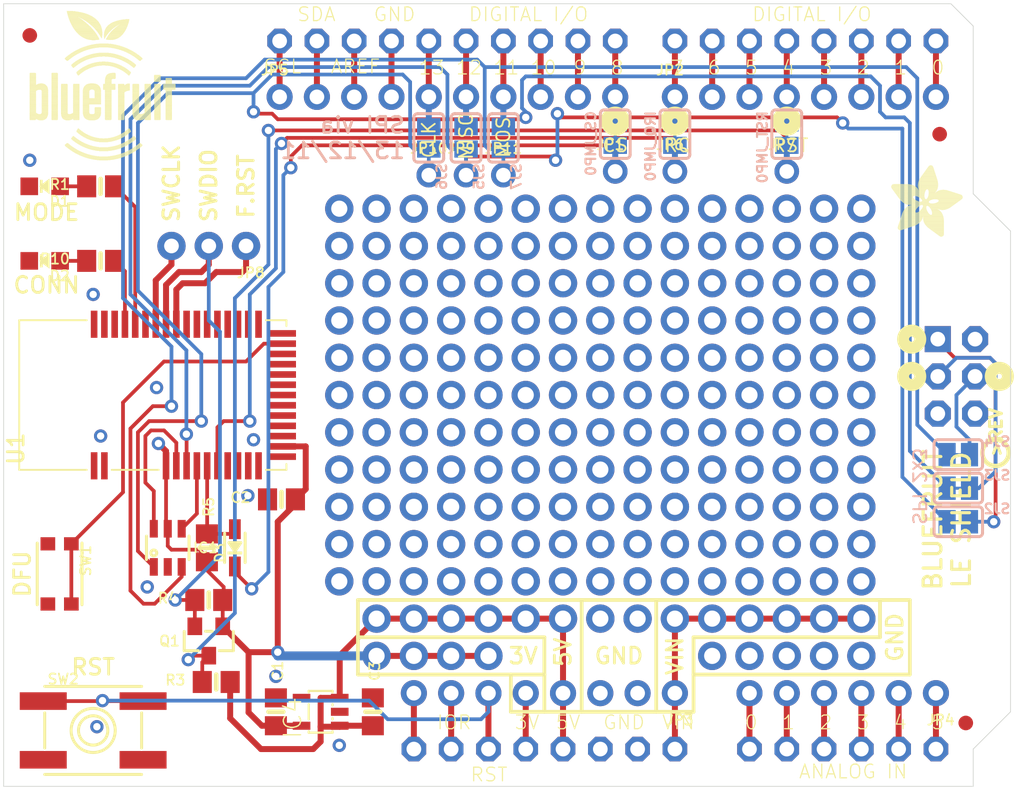
<source format=kicad_pcb>
(kicad_pcb (version 20211014) (generator pcbnew)
  (layers (0 "F.Cu" signal) (31 "B.Cu" signal) (34 "B.Paste" user) (35 "F.Paste" user) (36 "B.SilkS" user "B.Silkscreen") (37 "F.SilkS" user "F.Silkscreen") (38 "B.Mask" user) (39 "F.Mask" user) (44 "Edge.Cuts" user))
  (net 0 "")
  (net 1 "GND")
  (net 2 "RESET")
  (net 3 "N$11")
  (net 4 "N$12")
  (net 5 "N$14")
  (net 6 "N$15")
  (net 7 "N$16")
  (net 8 "N$17")
  (net 9 "VIN")
  (net 10 "IOREF")
  (net 11 "NC")
  (net 12 "A5")
  (net 13 "A4")
  (net 14 "A3")
  (net 15 "A2")
  (net 16 "A1")
  (net 17 "A0")
  (net 18 "SCL")
  (net 19 "SDA")
  (net 20 "AREF")
  (net 21 "N$36")
  (net 22 "N$37")
  (net 23 "DCC")
  (net 24 "DEC2")
  (net 25 "MOSI_3V")
  (net 26 "MISO")
  (net 27 "SCK_3V")
  (net 28 "BLE_CS_3V")
  (net 29 "BLE_IRQ")
  (net 30 "SWCLK")
  (net 31 "SWDIO/RST")
  (net 32 "MODE")
  (net 33 "CONNECTED")
  (net 34 "N$5")
  (net 35 "N$6")
  (net 36 "DFU")
  (net 37 "FCTRYRST")
  (net 38 "D8")
  (net 39 "D7")
  (net 40 "D4")
  (net 41 "MOSI_ICSP")
  (net 42 "SCK_ICSP")
  (net 43 "D13")
  (net 44 "D11")
  (net 45 "D12")
  (net 46 "MISO_ICSP")
  (net 47 "SCK")
  (net 48 "MOSI")
  (net 49 "3.3V")
  (net 50 "BLE_RST")
  (net 51 "BLE_CS")
  (net 52 "N$2")
  (net 53 "N$3")
  (net 54 "N$4")
  (net 55 "N$7")
  (net 56 "N$9")
  (net 57 "N$31")
  (net 58 "N$32")
  (net 59 "N$33")
  (net 60 "N$34")
  (net 61 "N$35")
  (net 62 "N$38")
  (net 63 "N$40")
  (net 64 "N$41")
  (net 65 "N$42")
  (net 66 "N$43")
  (net 67 "N$44")
  (net 68 "N$45")
  (net 69 "N$46")
  (net 70 "N$47")
  (net 71 "N$48")
  (net 72 "N$49")
  (net 73 "N$50")
  (net 74 "N$51")
  (net 75 "N$57")
  (net 76 "N$58")
  (net 77 "N$59")
  (net 78 "N$60")
  (net 79 "N$61")
  (net 80 "N$62")
  (net 81 "N$63")
  (net 82 "N$64")
  (net 83 "N$65")
  (net 84 "N$66")
  (net 85 "N$67")
  (net 86 "N$68")
  (net 87 "N$69")
  (net 88 "N$70")
  (net 89 "N$71")
  (net 90 "N$72")
  (net 91 "N$73")
  (net 92 "N$74")
  (net 93 "N$75")
  (net 94 "N$76")
  (net 95 "N$77")
  (net 96 "N$78")
  (net 97 "N$79")
  (net 98 "N$80")
  (net 99 "N$81")
  (net 100 "N$82")
  (net 101 "N$83")
  (net 102 "N$84")
  (net 103 "N$87")
  (net 104 "N$88")
  (net 105 "N$89")
  (net 106 "N$90")
  (net 107 "N$91")
  (net 108 "N$92")
  (net 109 "N$93")
  (net 110 "N$94")
  (net 111 "N$95")
  (net 112 "N$96")
  (net 113 "N$97")
  (net 114 "N$98")
  (net 115 "N$99")
  (net 116 "N$100")
  (net 117 "N$101")
  (net 118 "N$102")
  (net 119 "N$103")
  (net 120 "N$104")
  (net 121 "N$105")
  (net 122 "N$108")
  (net 123 "N$109")
  (net 124 "N$110")
  (net 125 "N$111")
  (net 126 "N$112")
  (net 127 "N$113")
  (net 128 "N$114")
  (net 129 "N$115")
  (net 130 "N$116")
  (net 131 "N$117")
  (net 132 "N$120")
  (net 133 "N$121")
  (net 134 "N$122")
  (net 135 "N$123")
  (net 136 "N$124")
  (net 137 "N$125")
  (net 138 "N$126")
  (net 139 "N$127")
  (net 140 "N$128")
  (net 141 "N$129")
  (net 142 "N$132")
  (net 143 "N$133")
  (net 144 "N$134")
  (net 145 "N$135")
  (net 146 "N$136")
  (net 147 "N$137")
  (net 148 "N$138")
  (net 149 "N$139")
  (net 150 "N$140")
  (net 151 "N$141")
  (net 152 "N$144")
  (net 153 "N$145")
  (net 154 "N$146")
  (net 155 "N$147")
  (net 156 "N$148")
  (net 157 "N$149")
  (net 158 "N$150")
  (net 159 "N$151")
  (net 160 "N$152")
  (net 161 "N$153")
  (net 162 "N$154")
  (net 163 "N$155")
  (net 164 "N$156")
  (net 165 "N$157")
  (net 166 "N$158")
  (net 167 "N$159")
  (net 168 "N$160")
  (net 169 "N$161")
  (net 170 "N$162")
  (net 171 "N$163")
  (net 172 "N$166")
  (net 173 "N$167")
  (net 174 "N$168")
  (net 175 "N$169")
  (net 176 "N$170")
  (net 177 "N$171")
  (net 178 "N$176")
  (net 179 "N$177")
  (net 180 "N$178")
  (net 181 "N$179")
  (net 182 "N$180")
  (net 183 "N$181")
  (net 184 "N$182")
  (net 185 "N$183")
  (net 186 "N$184")
  (net 187 "N$18")
  (net 188 "N$39")
  (net 189 "N$52")
  (net 190 "N$53")
  (net 191 "N$54")
  (net 192 "+5V")
  (net 193 "N$1")
  (net 194 "N$55")
  (net 195 "N$56")
  (net 196 "N$85")
  (net 197 "N$86")
  (net 198 "N$106")
  (net 199 "N$107")
  (net 200 "N$118")
  (net 201 "N$119")
  (net 202 "N$130")
  (net 203 "N$131")
  (net 204 "N$142")
  (net 205 "N$143")
  (net 206 "N$164")
  (net 207 "N$165")
  (net 208 "N$172")
  (net 209 "N$173")
  (net 210 "N$174")
  (net 211 "N$175")
  (net 212 "N$185")
  (net 213 "N$186")
  (net 214 "N$187")
  (net 215 "N$188")
  (net 216 "N$189")
  (net 217 "N$190")
  (net 218 "+3V")
  (footprint "" (layer "F.Cu") (at 128.1811 129.1336)
    (fp_text reference "@HOLE0" hide)
    (fp_text value "")
  )
  (footprint "boardEagle:1X01_ROUND" (layer "F.Cu") (at 159.9311 89.7636)
    (fp_text reference "JP6")
    (fp_text value "")
  )
  (footprint "boardEagle:0805-NO" (layer "F.Cu") (at 132.7531 126.5936 90)
    (fp_text reference "C1")
    (fp_text value "10uF")
  )
  (footprint "boardEagle:SOD-323" (layer "F.Cu") (at 129.9591 115.4176 90)
    (fp_text reference "D3")
    (fp_text value "1N4148")
  )
  (footprint "boardEagle:0805-NO" (layer "F.Cu") (at 133.1341 112.1156 180)
    (fp_text reference "C2")
    (fp_text value "1.0uF")
  )
  (footprint "boardEagle:0805-NO" (layer "F.Cu") (at 128.0541 115.4176 90)
    (fp_text reference "R5")
    (fp_text value "100K")
  )
  (footprint "boardEagle:0805-NO" (layer "F.Cu") (at 139.3571 126.5936 90)
    (fp_text reference "C3")
    (fp_text value "10uF")
  )
  (footprint "boardEagle:BTN_KMR2_4.6X2.8" (layer "F.Cu") (at 118.0211 117.1956 -90)
    (fp_text reference "SW1")
    (fp_text value "KMR2")
  )
  (footprint "boardEagle:1X01_ROUND" (layer "F.Cu") (at 167.5511 89.7636)
    (fp_text reference "JP7")
    (fp_text value "")
  )
  (footprint "boardEagle:SOT23-WIDE" (layer "F.Cu") (at 128.1811 121.7676 180)
    (fp_text reference "Q1")
    (fp_text value "BSS138")
  )
  (footprint "boardEagle:SOT23-5L" (layer "F.Cu") (at 135.8011 126.5936 90)
    (fp_text reference "IC4")
    (fp_text value "MIC5225-3.3")
  )
  (footprint "" (layer "F.Cu") (at 129.4511 80.8736)
    (fp_text reference "@HOLE3" hide)
    (fp_text value "")
  )
  (footprint "boardEagle:EVQ-Q2" (layer "F.Cu") (at 120.3071 127.8636)
    (fp_text reference "SW2")
    (fp_text value "Tactile")
  )
  (footprint "boardEagle:FIDUCIAL_1MM" (layer "F.Cu") (at 177.9651 87.2236)
    (fp_text reference "FID1" hide)
    (fp_text value "FIDUCIAL\"\"" hide)
  )
  (footprint "boardEagle:0805-NO" (layer "F.Cu") (at 128.1811 118.9736 180)
    (fp_text reference "R4")
    (fp_text value "100K")
  )
  (footprint "boardEagle:PCBFEAT-REV-040" (layer "F.Cu") (at 181.7751 108.9406 90)
    (fp_text reference "U$21" hide)
    (fp_text value "" hide)
  )
  (footprint "boardEagle:1X08_ROUND_70" (layer "F.Cu") (at 168.8211 84.6836)
    (fp_text reference "JP2")
    (fp_text value "")
  )
  (footprint "boardEagle:1X03_ROUND_76" (layer "F.Cu") (at 128.1811 94.8436 180)
    (fp_text reference "JP8")
    (fp_text value "SWDIO")
  )
  (footprint "boardEagle:ARDUINOR3_ICSP_NODIM" (layer "F.Cu") (at 114.2111 131.6736)
    (fp_text reference "M1" hide)
    (fp_text value "ARDUINO_R3_ICSP_NODIM" hide)
  )
  (footprint "boardEagle:CHIPLED_0805_NOOUTLINE" (layer "F.Cu") (at 117.0051 90.7796 90)
    (fp_text reference "D1")
    (fp_text value "RED")
  )
  (footprint "boardEagle:1X06_ROUND_70" (layer "F.Cu") (at 171.3611 125.3236 180)
    (fp_text reference "JP4")
    (fp_text value "")
  )
  (footprint "boardEagle:FIDUCIAL_1MM" (layer "F.Cu") (at 115.9891 80.4926)
    (fp_text reference "FID3" hide)
    (fp_text value "FIDUCIAL\"\"" hide)
  )
  (footprint "boardEagle:0805-NO" (layer "F.Cu") (at 120.8151 90.7796 180)
    (fp_text reference "R1")
    (fp_text value "2K")
  )
  (footprint "boardEagle:BLE_MODULE_RAYTAC_MDBT40" (layer "F.Cu") (at 124.3711 105.0036 90)
    (fp_text reference "U1")
    (fp_text value "MBT40")
  )
  (footprint "boardEagle:1X10_ROUND70" (layer "F.Cu") (at 144.4371 84.6836)
    (fp_text reference "JP5")
    (fp_text value "")
  )
  (footprint "boardEagle:0805-NO" (layer "F.Cu") (at 120.8151 95.8596 180)
    (fp_text reference "R10")
    (fp_text value "2K")
  )
  (footprint "boardEagle:1X01_ROUND" (layer "F.Cu") (at 145.7071 90.0176)
    (fp_text reference "JP9")
    (fp_text value "")
  )
  (footprint "boardEagle:1X01_ROUND" (layer "F.Cu") (at 143.1671 90.0176)
    (fp_text reference "JP10")
    (fp_text value "")
  )
  (footprint "boardEagle:FIDUCIAL_1MM" (layer "F.Cu") (at 179.7431 127.3556)
    (fp_text reference "FID2" hide)
    (fp_text value "FIDUCIAL\"\"" hide)
  )
  (footprint "boardEagle:BLUEFRUITLOGO_100MM" (layer "F.Cu") (at 115.9891 89.0016)
    (fp_text reference "U$8" hide)
    (fp_text value "" hide)
  )
  (footprint "boardEagle:1X01_ROUND" (layer "F.Cu") (at 148.2471 90.0176)
    (fp_text reference "JP11")
    (fp_text value "")
  )
  (footprint "boardEagle:SOT23-6" (layer "F.Cu") (at 125.3871 115.4176)
    (fp_text reference "IC1")
    (fp_text value "74LVC2G34DBVR")
  )
  (footprint "" (layer "F.Cu") (at 180.2511 96.1136)
    (fp_text reference "@HOLE1" hide)
    (fp_text value "")
  )
  (footprint "boardEagle:1X08_ROUND_70" (layer "F.Cu") (at 151.0411 125.3236 180)
    (fp_text reference "JP3")
    (fp_text value "")
  )
  (footprint "boardEagle:ADAFRUIT_5MM" (layer "F.Cu") (at 174.6631 94.2086)
    (fp_text reference "U$9" hide)
    (fp_text value "" hide)
  )
  (footprint "" (layer "F.Cu") (at 180.2511 124.0536)
    (fp_text reference "@HOLE2" hide)
    (fp_text value "")
  )
  (footprint "boardEagle:CHIPLED_0805_NOOUTLINE" (layer "F.Cu") (at 117.0051 95.8596 90)
    (fp_text reference "D2")
    (fp_text value "BLUE")
  )
  (footprint "boardEagle:0805-NO" (layer "F.Cu") (at 128.6891 124.5616 180)
    (fp_text reference "R3")
    (fp_text value "100K")
  )
  (footprint "boardEagle:1X01_ROUND" (layer "F.Cu") (at 155.8671 89.7636)
    (fp_text reference "JP1")
    (fp_text value "")
  )
  (footprint "boardEagle:SOLDERJUMPER_CLOSEDWIRE" (layer "B.Cu") (at 159.9311 87.2236 -90)
    (fp_text reference "IRQ_JMP0")
    (fp_text value "")
  )
  (footprint "boardEagle:SOLDERJUMPER_CLOSEDWIRE" (layer "B.Cu") (at 155.8671 87.2236 -90)
    (fp_text reference "CS_JMP0")
    (fp_text value "")
  )
  (footprint "boardEagle:SOLDERJUMPER_REFLOW_NOPASTE" (layer "B.Cu") (at 143.1671 87.4776 90)
    (fp_text reference "SJ6")
    (fp_text value "D13_SCLK")
  )
  (footprint "boardEagle:SOLDERJUMPER_CLOSEDWIRE" (layer "B.Cu") (at 179.2351 109.0676 180)
    (fp_text reference "SJ4")
    (fp_text value "ICSP_MOSI")
  )
  (footprint "boardEagle:SOLDERJUMPER_CLOSEDWIRE" (layer "B.Cu") (at 167.5511 87.2236 -90)
    (fp_text reference "RST_JMP0")
    (fp_text value "")
  )
  (footprint "boardEagle:SOLDERJUMPER_CLOSEDWIRE" (layer "B.Cu") (at 179.2351 111.3536 180)
    (fp_text reference "SJ3")
    (fp_text value "ISCP_SCLK")
  )
  (footprint "boardEagle:SOLDERJUMPER_REFLOW_NOPASTE" (layer "B.Cu") (at 145.7071 87.4776 90)
    (fp_text reference "SJ5")
    (fp_text value "D12_MISO")
  )
  (footprint "boardEagle:SOLDERJUMPER_REFLOW_NOPASTE" (layer "B.Cu") (at 148.2471 87.4776 90)
    (fp_text reference "SJ7")
    (fp_text value "D11_MOSI")
  )
  (footprint "boardEagle:SOLDERJUMPER_CLOSEDWIRE" (layer "B.Cu") (at 179.2351 113.6396 180)
    (fp_text reference "SJ2")
    (fp_text value "ICSP_MISO")
  )
  (gr_line (start 153.5811 126.5936) (end 158.6611 126.5936) (layer "F.SilkS") (width 0.254))
  (gr_line (start 173.9011 118.9736) (end 173.9011 121.5136) (layer "F.SilkS") (width 0.254))
  (gr_line (start 151.0411 121.5136) (end 138.3411 121.5136) (layer "F.SilkS") (width 0.254))
  (gr_line (start 138.3411 124.0536) (end 148.7551 124.0536) (layer "F.SilkS") (width 0.254))
  (gr_circle (center 159.9311 86.3346) (end 160.110703 86.3346) (layer "F.SilkS") (width 0.8128) (fill none))
  (gr_circle (center 176.0601 103.7336) (end 176.239703 103.7336) (layer "F.SilkS") (width 0.8128) (fill none))
  (gr_line (start 161.2011 126.5936) (end 158.6611 126.5936) (layer "F.SilkS") (width 0.254))
  (gr_line (start 158.6611 118.9736) (end 158.6611 126.5936) (layer "F.SilkS") (width 0.254))
  (gr_line (start 161.2011 124.0536) (end 161.2011 126.5936) (layer "F.SilkS") (width 0.254))
  (gr_line (start 148.7551 124.0536) (end 148.7551 126.5936) (layer "F.SilkS") (width 0.254))
  (gr_circle (center 176.0601 101.1936) (end 176.239703 101.1936) (layer "F.SilkS") (width 0.8128) (fill none))
  (gr_line (start 148.7551 126.5936) (end 151.0411 126.5936) (layer "F.SilkS") (width 0.254))
  (gr_circle (center 167.5511 86.3346) (end 167.730703 86.3346) (layer "F.SilkS") (width 0.8128) (fill none))
  (gr_line (start 138.3411 121.5136) (end 138.3411 124.0536) (layer "F.SilkS") (width 0.254))
  (gr_circle (center 155.8671 86.3346) (end 156.046703 86.3346) (layer "F.SilkS") (width 0.8128) (fill none))
  (gr_line (start 175.9331 118.9736) (end 173.9011 118.9736) (layer "F.SilkS") (width 0.254))
  (gr_line (start 151.0411 124.0536) (end 151.0411 126.5936) (layer "F.SilkS") (width 0.254))
  (gr_line (start 148.7551 124.0536) (end 151.0411 124.0536) (layer "F.SilkS") (width 0.254))
  (gr_circle (center 182.0291 103.7336) (end 182.208703 103.7336) (layer "F.SilkS") (width 0.8128) (fill none))
  (gr_line (start 151.0411 126.5936) (end 153.5811 126.5936) (layer "F.SilkS") (width 0.254))
  (gr_line (start 175.9331 124.0536) (end 175.9331 118.9736) (layer "F.SilkS") (width 0.254))
  (gr_line (start 158.6611 118.9736) (end 173.9011 118.9736) (layer "F.SilkS") (width 0.254))
  (gr_line (start 138.3411 118.9736) (end 138.3411 121.5136) (layer "F.SilkS") (width 0.254))
  (gr_line (start 173.9011 121.5136) (end 161.2011 121.5136) (layer "F.SilkS") (width 0.254))
  (gr_line (start 151.0411 124.0536) (end 151.0411 121.5136) (layer "F.SilkS") (width 0.254))
  (gr_line (start 161.2011 121.5136) (end 161.2011 124.0536) (layer "F.SilkS") (width 0.254))
  (gr_line (start 153.5811 126.5936) (end 153.5811 118.9736) (layer "F.SilkS") (width 0.254))
  (gr_line (start 175.9331 124.0536) (end 161.2011 124.0536) (layer "F.SilkS") (width 0.254))
  (gr_line (start 153.5811 118.9736) (end 138.3411 118.9736) (layer "F.SilkS") (width 0.254))
  (gr_line (start 153.5811 118.9736) (end 158.6611 118.9736) (layer "F.SilkS") (width 0.254))
  (gr_line (start 178.7271 78.3336) (end 114.2111 78.3336) (layer "Edge.Cuts") (width 0.05))
  (gr_line (start 180.2511 129.1336) (end 182.7911 126.5936) (layer "Edge.Cuts") (width 0.05))
  (gr_line (start 180.2511 79.8576) (end 178.7271 78.3336) (layer "Edge.Cuts") (width 0.05))
  (gr_line (start 114.2111 78.3336) (end 114.2111 131.6736) (layer "Edge.Cuts") (width 0.05))
  (gr_line (start 182.7911 93.8276) (end 180.2511 91.2876) (layer "Edge.Cuts") (width 0.05))
  (gr_line (start 180.2511 91.2876) (end 180.2511 79.8576) (layer "Edge.Cuts") (width 0.05))
  (gr_line (start 180.2511 131.6736) (end 180.2511 129.1336) (layer "Edge.Cuts") (width 0.05))
  (gr_line (start 114.2111 131.6736) (end 180.2511 131.6736) (layer "Edge.Cuts") (width 0.05))
  (gr_line (start 182.7911 126.5936) (end 182.7911 93.8276) (layer "Edge.Cuts") (width 0.05))
  (gr_text "SPI via\n13/12/11" (at 141.6431 87.4776) (layer "B.SilkS") (effects (font (size 1.0795 1.0795) (thickness 0.1905)) (justify left mirror)))
  (gr_text "SPI 2x3" (at 176.5681 111.2266 -90) (layer "B.SilkS") (effects (font (size 0.88392 0.88392) (thickness 0.13208)) (justify mirror)))
  (gr_text "MOSI" (at 148.2471 87.2236 90) (layer "F.SilkS") (effects (font (size 0.89408 0.89408) (thickness 0.12192))))
  (gr_text "CLK" (at 143.1671 87.6046 90) (layer "F.SilkS") (effects (font (size 0.89408 0.89408) (thickness 0.12192))))
  (gr_text "GND" (at 174.9171 123.2916 90) (layer "F.SilkS") (effects (font (size 1.0795 1.0795) (thickness 0.1905)) (justify left)))
  (gr_text "CS" (at 155.8671 87.9856) (layer "F.SilkS") (effects (font (size 0.89408 0.89408) (thickness 0.12192))))
  (gr_text "SWDIO" (at 128.1811 93.3196 90) (layer "F.SilkS") (effects (font (size 1.0668 1.0668) (thickness 0.2032)) (justify left)))
  (gr_text "RST" (at 120.3071 123.5456) (layer "F.SilkS") (effects (font (size 1.0795 1.0795) (thickness 0.1905))))
  (gr_text "5V" (at 152.3111 122.5296 90) (layer "F.SilkS") (effects (font (size 1.0795 1.0795) (thickness 0.1905))))
  (gr_text "IRQ" (at 159.9311 87.9856) (layer "F.SilkS") (effects (font (size 0.89408 0.89408) (thickness 0.12192))))
  (gr_text "MISO" (at 145.7071 87.3506 90) (layer "F.SilkS") (effects (font (size 0.89408 0.89408) (thickness 0.12192))))
  (gr_text "GND" (at 156.1211 122.7836) (layer "F.SilkS") (effects (font (size 1.0795 1.0795) (thickness 0.1905))))
  (gr_text "RST" (at 167.8051 87.9856) (layer "F.SilkS") (effects (font (size 0.89408 0.89408) (thickness 0.12192))))
  (gr_text "VIN" (at 159.9311 122.7836 90) (layer "F.SilkS") (effects (font (size 1.0795 1.0795) (thickness 0.1905))))
  (gr_text "F.RST" (at 130.7211 93.0656 90) (layer "F.SilkS") (effects (font (size 1.0668 1.0668) (thickness 0.2032)) (justify left)))
  (gr_text "CONN" (at 117.1321 97.5106) (layer "F.SilkS") (effects (font (size 1.0795 1.0795) (thickness 0.1905))))
  (gr_text "BLUEFRUIT\nLE SHIELD" (at 178.4731 113.5126 90) (layer "F.SilkS") (effects (font (size 1.20904 1.20904) (thickness 0.21336))))
  (gr_text "SWCLK" (at 125.6411 93.3196 90) (layer "F.SilkS") (effects (font (size 1.0668 1.0668) (thickness 0.2032)) (justify left)))
  (gr_text "3V" (at 148.5011 122.7836) (layer "F.SilkS") (effects (font (size 1.0795 1.0795) (thickness 0.1905)) (justify left)))
  (gr_text "DFU" (at 115.4811 117.1956 90) (layer "F.SilkS") (effects (font (size 1.0795 1.0795) (thickness 0.1905))))
  (gr_text "MODE" (at 117.1321 92.5576) (layer "F.SilkS") (effects (font (size 1.0795 1.0795) (thickness 0.1905))))
  (segment (start 140.6271 80.8736) (end 140.6271 84.6836) (width 0.4064) (layer "F.Cu") (net 1))
  (via (at 157.3911 120.2436) (size 1.9304) (drill 1.1) (layers "F.Cu" "B.Cu") (net 1))
  (via (at 172.6311 122.7836) (size 1.9304) (drill 1.1) (layers "F.Cu" "B.Cu") (net 1))
  (via (at 131.2291 108.0516) (size 0.9064) (drill 0.5) (layers "F.Cu" "B.Cu") (net 1))
  (via (at 137.0711 128.8796) (size 0.9064) (drill 0.5) (layers "F.Cu" "B.Cu") (net 1))
  (via (at 123.9901 118.0846) (size 0.9064) (drill 0.5) (layers "F.Cu" "B.Cu") (net 1))
  (via (at 120.5611 127.6096) (size 0.9064) (drill 0.5) (layers "F.Cu" "B.Cu") (net 1))
  (via (at 162.4711 122.7836) (size 1.9304) (drill 1.1) (layers "F.Cu" "B.Cu") (net 1))
  (via (at 167.5511 122.7836) (size 1.9304) (drill 1.1) (layers "F.Cu" "B.Cu") (net 1))
  (via (at 120.8151 107.7976) (size 0.9064) (drill 0.5) (layers "F.Cu" "B.Cu") (net 1))
  (via (at 132.7531 124.1806) (size 0.9064) (drill 0.5) (layers "F.Cu" "B.Cu") (net 1))
  (via (at 170.0911 122.7836) (size 1.9304) (drill 1.1) (layers "F.Cu" "B.Cu") (net 1))
  (via (at 130.8481 111.8616) (size 0.9064) (drill 0.5) (layers "F.Cu" "B.Cu") (net 1))
  (via (at 165.0111 122.7836) (size 1.9304) (drill 1.1) (layers "F.Cu" "B.Cu") (net 1))
  (via (at 115.9891 89.0016) (size 0.9064) (drill 0.5) (layers "F.Cu" "B.Cu") (net 1))
  (via (at 154.8511 120.2436) (size 1.9304) (drill 1.1) (layers "F.Cu" "B.Cu") (net 1))
  (via (at 120.3071 98.1456) (size 0.9064) (drill 0.5) (layers "F.Cu" "B.Cu") (net 1))
  (via (at 124.6251 104.4956) (size 0.9064) (drill 0.5) (layers "F.Cu" "B.Cu") (net 1))
  (segment (start 116.9071 125.8636) (end 120.9101 125.8636) (width 0.254) (layer "F.Cu") (net 2))
  (segment (start 123.7071 125.8636) (end 120.9741 125.8636) (width 0.254) (layer "F.Cu") (net 2))
  (segment (start 120.9741 125.8636) (end 120.9421 125.8316) (width 0.254) (layer "F.Cu") (net 2))
  (segment (start 120.9101 125.8636) (end 120.9421 125.8316) (width 0.254) (layer "F.Cu") (net 2))
  (segment (start 147.2311 129.1336) (end 147.2311 125.3236) (width 0.4064) (layer "F.Cu") (net 2))
  (via (at 120.9421 125.8316) (size 0.9064) (drill 0.5) (layers "F.Cu" "B.Cu") (net 2))
  (segment (start 139.1031 125.8316) (end 140.3731 127.1016) (width 0.254) (layer "B.Cu") (net 2))
  (segment (start 147.2311 126.5936) (end 147.2311 125.3236) (width 0.254) (layer "B.Cu") (net 2))
  (segment (start 140.3731 127.1016) (end 146.7231 127.1016) (width 0.254) (layer "B.Cu") (net 2))
  (segment (start 120.9421 125.8316) (end 139.1031 125.8316) (width 0.254) (layer "B.Cu") (net 2))
  (segment (start 146.7231 127.1016) (end 147.2311 126.5936) (width 0.254) (layer "B.Cu") (net 2))
  (segment (start 162.4711 80.8736) (end 162.4711 84.6836) (width 0.4064) (layer "F.Cu") (net 3))
  (segment (start 165.0111 80.8736) (end 165.0111 84.6836) (width 0.4064) (layer "F.Cu") (net 4))
  (segment (start 170.0911 80.8736) (end 170.0911 84.6836) (width 0.4064) (layer "F.Cu") (net 5))
  (segment (start 172.6311 80.8736) (end 172.6311 84.6836) (width 0.4064) (layer "F.Cu") (net 6))
  (segment (start 175.1711 80.8736) (end 175.1711 84.6836) (width 0.4064) (layer "F.Cu") (net 7))
  (segment (start 177.7111 80.8736) (end 177.7111 84.6836) (width 0.4064) (layer "F.Cu") (net 8))
  (segment (start 167.5511 120.2436) (end 170.0911 120.2436) (width 0.4064) (layer "F.Cu") (net 9))
  (segment (start 159.9311 125.3236) (end 159.9311 120.2436) (width 0.4064) (layer "F.Cu") (net 9))
  (segment (start 159.9311 125.3236) (end 159.9311 129.1336) (width 0.4064) (layer "F.Cu") (net 9))
  (segment (start 165.0111 120.2436) (end 167.5511 120.2436) (width 0.4064) (layer "F.Cu") (net 9))
  (segment (start 170.0911 120.2436) (end 172.6311 120.2436) (width 0.4064) (layer "F.Cu") (net 9))
  (segment (start 159.9311 120.2436) (end 162.4711 120.2436) (width 0.4064) (layer "F.Cu") (net 9))
  (segment (start 162.4711 120.2436) (end 165.0111 120.2436) (width 0.4064) (layer "F.Cu") (net 9))
  (via (at 167.5511 120.2436) (size 1.9304) (drill 1.1) (layers "F.Cu" "B.Cu") (net 9))
  (via (at 162.4711 120.2436) (size 1.9304) (drill 1.1) (layers "F.Cu" "B.Cu") (net 9))
  (via (at 172.6311 120.2436) (size 1.9304) (drill 1.1) (layers "F.Cu" "B.Cu") (net 9))
  (via (at 165.0111 120.2436) (size 1.9304) (drill 1.1) (layers "F.Cu" "B.Cu") (net 9))
  (via (at 170.0911 120.2436) (size 1.9304) (drill 1.1) (layers "F.Cu" "B.Cu") (net 9))
  (via (at 159.9311 120.2436) (size 1.9304) (drill 1.1) (layers "F.Cu" "B.Cu") (net 9))
  (segment (start 144.6911 125.3236) (end 144.6911 129.1336) (width 0.4064) (layer "F.Cu") (net 10))
  (segment (start 142.1511 125.3236) (end 142.1511 129.1336) (width 0.4064) (layer "F.Cu") (net 11))
  (segment (start 177.7111 129.1336) (end 177.7111 125.3236) (width 0.4064) (layer "F.Cu") (net 12))
  (segment (start 175.1711 125.3236) (end 175.1711 129.1336) (width 0.4064) (layer "F.Cu") (net 13))
  (segment (start 172.6311 125.3236) (end 172.6311 129.1336) (width 0.4064) (layer "F.Cu") (net 14))
  (segment (start 170.0911 125.3236) (end 170.0911 129.1336) (width 0.4064) (layer "F.Cu") (net 15))
  (segment (start 167.5511 125.3236) (end 167.5511 129.1336) (width 0.4064) (layer "F.Cu") (net 16))
  (segment (start 165.0111 125.3236) (end 165.0111 129.1336) (width 0.4064) (layer "F.Cu") (net 17))
  (segment (start 133.0071 84.6836) (end 133.0071 80.8736) (width 0.4064) (layer "F.Cu") (net 18))
  (segment (start 135.5471 84.6836) (end 135.5471 80.8736) (width 0.4064) (layer "F.Cu") (net 19))
  (segment (start 138.0871 84.6836) (end 138.0871 80.8736) (width 0.4064) (layer "F.Cu") (net 20))
  (segment (start 150.7871 80.8736) (end 150.7871 84.6836) (width 0.4064) (layer "F.Cu") (net 21))
  (segment (start 153.3271 80.8736) (end 153.3271 84.6836) (width 0.4064) (layer "F.Cu") (net 22))
  (segment (start 127.3711 113.0836) (end 127.3711 109.8286) (width 0.254) (layer "F.Cu") (net 25))
  (segment (start 126.3371 114.1176) (end 127.3711 113.0836) (width 0.254) (layer "F.Cu") (net 25))
  (segment (start 145.7071 88.7476) (end 145.7071 90.0176) (width 0.254) (layer "F.Cu") (net 26))
  (segment (start 171.3611 86.4616) (end 170.9801 86.0806) (width 0.254) (layer "F.Cu") (net 26))
  (segment (start 170.9801 86.0806) (end 152.0571 86.0806) (width 0.254) (layer "F.Cu") (net 26))
  (segment (start 126.6711 109.8286) (end 126.6711 107.6846) (width 0.254) (layer "F.Cu") (net 26))
  (segment (start 126.6711 107.6846) (end 126.6571 107.6706) (width 0.254) (layer "F.Cu") (net 26))
  (segment (start 152.0571 86.0806) (end 151.9301 85.9536) (width 0.254) (layer "F.Cu") (net 26))
  (segment (start 151.8031 89.0016) (end 151.5491 88.7476) (width 0.254) (layer "F.Cu") (net 26))
  (segment (start 151.5491 88.7476) (end 145.7071 88.7476) (width 0.254) (layer "F.Cu") (net 26))
  (segment (start 151.9301 85.9536) (end 151.9301 85.8266) (width 0.254) (layer "F.Cu") (net 26))
  (via (at 126.6571 107.6706) (size 0.9064) (drill 0.5) (layers "F.Cu" "B.Cu") (net 26))
  (via (at 151.8031 89.0016) (size 0.9064) (drill 0.5) (layers "F.Cu" "B.Cu") (net 26))
  (via (at 151.9301 85.8266) (size 0.9064) (drill 0.5) (layers "F.Cu" "B.Cu") (net 26))
  (via (at 171.3611 86.4616) (size 0.9064) (drill 0.5) (layers "F.Cu" "B.Cu") (net 26))
  (segment (start 151.9301 85.8266) (end 151.9301 88.8746) (width 0.254) (layer "B.Cu") (net 26))
  (segment (start 178.4731 113.6396) (end 175.4251 110.5916) (width 0.254) (layer "B.Cu") (net 26))
  (segment (start 175.4251 110.5916) (end 175.4251 86.8426) (width 0.254) (layer "B.Cu") (net 26))
  (segment (start 122.8471 98.1456) (end 122.8471 86.2076) (width 0.254) (layer "B.Cu") (net 26))
  (segment (start 144.4371 83.1596) (end 144.4371 87.9856) (width 0.254) (layer "B.Cu") (net 26))
  (segment (start 143.9291 82.6516) (end 144.4371 83.1596) (width 0.254) (layer "B.Cu") (net 26))
  (segment (start 126.6571 101.9556) (end 122.8471 98.1456) (width 0.254) (layer "B.Cu") (net 26))
  (segment (start 130.9751 83.9216) (end 132.2451 82.6516) (width 0.254) (layer "B.Cu") (net 26))
  (segment (start 175.4251 86.8426) (end 171.7421 86.8426) (width 0.254) (layer "B.Cu") (net 26))
  (segment (start 126.6571 107.6706) (end 126.6571 101.9556) (width 0.254) (layer "B.Cu") (net 26))
  (segment (start 144.6911 88.2396) (end 145.7071 88.2396) (width 0.254) (layer "B.Cu") (net 26))
  (segment (start 122.8471 86.2076) (end 125.1331 83.9216) (width 0.254) (layer "B.Cu") (net 26))
  (segment (start 132.2451 82.6516) (end 143.9291 82.6516) (width 0.254) (layer "B.Cu") (net 26))
  (segment (start 125.1331 83.9216) (end 130.9751 83.9216) (width 0.254) (layer "B.Cu") (net 26))
  (segment (start 171.7421 86.8426) (end 171.3611 86.4616) (width 0.254) (layer "B.Cu") (net 26))
  (segment (start 145.7071 90.0176) (end 145.7071 88.2396) (width 0.254) (layer "B.Cu") (net 26))
  (segment (start 151.9301 88.8746) (end 151.8031 89.0016) (width 0.254) (layer "B.Cu") (net 26))
  (segment (start 144.4371 87.9856) (end 144.6911 88.2396) (width 0.254) (layer "B.Cu") (net 26))
  (segment (start 124.4371 111.5466) (end 123.8631 110.9726) (width 0.254) (layer "F.Cu") (net 27))
  (segment (start 123.8631 107.7976) (end 124.2441 107.4166) (width 0.254) (layer "F.Cu") (net 27))
  (segment (start 123.8631 110.9726) (end 123.8631 107.7976) (width 0.254) (layer "F.Cu") (net 27))
  (segment (start 125.1331 107.4166) (end 125.9711 108.2546) (width 0.254) (layer "F.Cu") (net 27))
  (segment (start 125.9711 108.2546) (end 125.9711 109.8286) (width 0.254) (layer "F.Cu") (net 27))
  (segment (start 124.2441 107.4166) (end 125.1331 107.4166) (width 0.254) (layer "F.Cu") (net 27))
  (segment (start 124.4371 114.1176) (end 124.4371 111.5466) (width 0.254) (layer "F.Cu") (net 27))
  (segment (start 128.0541 114.4676) (end 129.6391 114.4676) (width 0.254) (layer "F.Cu") (net 28))
  (segment (start 128.0711 109.8286) (end 128.0711 114.4506) (width 0.254) (layer "F.Cu") (net 28))
  (segment (start 128.0711 114.4506) (end 128.0541 114.4676) (width 0.254) (layer "F.Cu") (net 28))
  (segment (start 129.6391 114.4676) (end 129.9591 114.1476) (width 0.254) (layer "F.Cu") (net 28))
  (segment (start 159.9311 87.4776) (end 133.5151 87.4776) (width 0.254) (layer "F.Cu") (net 29))
  (segment (start 130.9751 106.7816) (end 129.1971 106.7816) (width 0.254) (layer "F.Cu") (net 29))
  (segment (start 159.9311 89.7636) (end 159.9311 87.4776) (width 0.254) (layer "F.Cu") (net 29))
  (segment (start 129.1971 106.7816) (end 128.7711 107.2076) (width 0.254) (layer "F.Cu") (net 29))
  (segment (start 133.5151 87.4776) (end 133.1341 87.8586) (width 0.254) (layer "F.Cu") (net 29))
  (segment (start 128.7711 109.8286) (end 128.7711 107.2076) (width 0.254) (layer "F.Cu") (net 29))
  (via (at 130.9751 106.7816) (size 0.9064) (drill 0.5) (layers "F.Cu" "B.Cu") (net 29))
  (via (at 133.1341 87.8586) (size 0.9064) (drill 0.5) (layers "F.Cu" "B.Cu") (net 29))
  (segment (start 159.9311 87.9856) (end 159.9311 89.7636) (width 0.4064) (layer "B.Cu") (net 29))
  (segment (start 132.7531 88.2396) (end 132.7531 96.3676) (width 0.254) (layer "B.Cu") (net 29))
  (segment (start 130.9751 98.1456) (end 130.9751 106.7816) (width 0.254) (layer "B.Cu") (net 29))
  (segment (start 133.1341 87.8586) (end 132.7531 88.2396) (width 0.254) (layer "B.Cu") (net 29))
  (segment (start 132.7531 96.3676) (end 130.9751 98.1456) (width 0.254) (layer "B.Cu") (net 29))
  (segment (start 125.6411 96.1136) (end 125.6411 94.8436) (width 0.4064) (layer "F.Cu") (net 30))
  (segment (start 124.5711 97.1836) (end 125.6411 96.1136) (width 0.4064) (layer "F.Cu") (net 30))
  (segment (start 124.5711 100.1786) (end 124.5711 97.1836) (width 0.4064) (layer "F.Cu") (net 30))
  (segment (start 125.2711 97.4996) (end 126.1491 96.6216) (width 0.4064) (layer "F.Cu") (net 31))
  (segment (start 127.6731 96.6216) (end 128.1811 96.1136) (width 0.4064) (layer "F.Cu") (net 31))
  (segment (start 125.2711 100.1786) (end 125.2711 97.4996) (width 0.4064) (layer "F.Cu") (net 31))
  (segment (start 125.8951 118.9736) (end 127.2311 118.9736) (width 0.254) (layer "F.Cu") (net 31))
  (segment (start 128.1811 96.1136) (end 128.1811 94.8436) (width 0.4064) (layer "F.Cu") (net 31))
  (segment (start 127.2311 118.9736) (end 127.2311 120.7676) (width 0.254) (layer "F.Cu") (net 31))
  (segment (start 126.1491 96.6216) (end 127.6731 96.6216) (width 0.4064) (layer "F.Cu") (net 31))
  (via (at 125.8951 118.9736) (size 0.9064) (drill 0.5) (layers "F.Cu" "B.Cu") (net 31))
  (segment (start 128.1811 99.9236) (end 128.1811 94.8436) (width 0.254) (layer "B.Cu") (net 31))
  (segment (start 128.9431 100.6856) (end 128.9431 115.9256) (width 0.254) (layer "B.Cu") (net 31))
  (segment (start 128.9431 115.9256) (end 125.8951 118.9736) (width 0.254) (layer "B.Cu") (net 31))
  (segment (start 128.9431 100.6856) (end 128.1811 99.9236) (width 0.254) (layer "B.Cu") (net 31))
  (segment (start 123.1711 100.1786) (end 123.1711 92.1856) (width 0.254) (layer "F.Cu") (net 32))
  (segment (start 123.1711 92.1856) (end 121.7651 90.7796) (width 0.254) (layer "F.Cu") (net 32))
  (segment (start 122.4711 96.5656) (end 121.7651 95.8596) (width 0.254) (layer "F.Cu") (net 33))
  (segment (start 122.4711 100.1786) (end 122.4711 96.5656) (width 0.254) (layer "F.Cu") (net 33))
  (segment (start 119.8651 90.7796) (end 118.0551 90.7796) (width 0.254) (layer "F.Cu") (net 34))
  (segment (start 119.8651 95.8596) (end 118.0551 95.8596) (width 0.254) (layer "F.Cu") (net 35))
  (segment (start 118.8211 115.1456) (end 122.3391 111.6276) (width 0.254) (layer "F.Cu") (net 36))
  (segment (start 133.1961 101.5036) (end 131.9351 101.5036) (width 0.254) (layer "F.Cu") (net 36))
  (segment (start 131.9351 101.5036) (end 130.7211 102.7176) (width 0.254) (layer "F.Cu") (net 36))
  (segment (start 118.8211 115.1456) (end 118.8211 119.2456) (width 0.254) (layer "F.Cu") (net 36))
  (segment (start 125.1331 102.7176) (end 122.3391 105.5116) (width 0.254) (layer "F.Cu") (net 36))
  (segment (start 122.3391 105.5116) (end 122.3391 111.6276) (width 0.254) (layer "F.Cu") (net 36))
  (segment (start 130.7211 102.7176) (end 125.1331 102.7176) (width 0.254) (layer "F.Cu") (net 36))
  (segment (start 125.9711 97.8156) (end 126.4031 97.3836) (width 0.4064) (layer "F.Cu") (net 37))
  (segment (start 127.9271 97.3836) (end 128.6891 96.6216) (width 0.4064) (layer "F.Cu") (net 37))
  (segment (start 125.9711 100.1786) (end 125.9711 97.8156) (width 0.4064) (layer "F.Cu") (net 37))
  (segment (start 130.4671 96.6216) (end 130.7211 96.3676) (width 0.4064) (layer "F.Cu") (net 37))
  (segment (start 128.6891 96.6216) (end 130.4671 96.6216) (width 0.4064) (layer "F.Cu") (net 37))
  (segment (start 126.4031 97.3836) (end 127.9271 97.3836) (width 0.4064) (layer "F.Cu") (net 37))
  (segment (start 130.7211 96.3676) (end 130.7211 94.8436) (width 0.4064) (layer "F.Cu") (net 37))
  (segment (start 155.8671 80.8736) (end 155.8671 84.6836) (width 0.4064) (layer "F.Cu") (net 38))
  (segment (start 155.8671 84.6836) (end 155.8671 86.4616) (width 0.4064) (layer "B.Cu") (net 38))
  (segment (start 159.9311 80.8736) (end 159.9311 84.6836) (width 0.4064) (layer "F.Cu") (net 39))
  (segment (start 159.9311 84.6836) (end 159.9311 86.4616) (width 0.4064) (layer "B.Cu") (net 39))
  (segment (start 167.5511 80.8736) (end 167.5511 84.6836) (width 0.4064) (layer "F.Cu") (net 40))
  (segment (start 167.5511 84.6836) (end 167.5511 86.4616) (width 0.4064) (layer "B.Cu") (net 40))
  (segment (start 179.1081 105.0036) (end 180.3781 103.7336) (width 0.254) (layer "B.Cu") (net 41))
  (segment (start 179.9971 108.0516) (end 179.1081 107.1626) (width 0.254) (layer "B.Cu") (net 41))
  (segment (start 179.1081 107.1626) (end 179.1081 105.0036) (width 0.254) (layer "B.Cu") (net 41))
  (segment (start 179.9971 109.0676) (end 179.9971 108.0516) (width 0.254) (layer "B.Cu") (net 41))
  (segment (start 181.7751 110.2106) (end 181.7751 102.8446) (width 0.254) (layer "B.Cu") (net 42))
  (segment (start 181.3941 102.4636) (end 179.1081 102.4636) (width 0.254) (layer "B.Cu") (net 42))
  (segment (start 179.1081 102.4636) (end 177.8381 103.7336) (width 0.254) (layer "B.Cu") (net 42))
  (segment (start 179.9971 111.3536) (end 180.6321 111.3536) (width 0.254) (layer "B.Cu") (net 42))
  (segment (start 181.7751 102.8446) (end 181.3941 102.4636) (width 0.254) (layer "B.Cu") (net 42))
  (segment (start 180.6321 111.3536) (end 181.7751 110.2106) (width 0.254) (layer "B.Cu") (net 42))
  (segment (start 143.1671 80.8736) (end 143.1671 84.6836) (width 0.4064) (layer "F.Cu") (net 43))
  (segment (start 143.1671 84.6836) (end 143.1671 86.7156) (width 0.4064) (layer "B.Cu") (net 43))
  (segment (start 148.2471 80.8736) (end 148.2471 84.6836) (width 0.4064) (layer "F.Cu") (net 44))
  (segment (start 148.2471 84.6836) (end 148.2471 86.7156) (width 0.4064) (layer "B.Cu") (net 44))
  (segment (start 145.7071 80.8736) (end 145.7071 84.6836) (width 0.4064) (layer "F.Cu") (net 45))
  (segment (start 145.7071 84.6836) (end 145.7071 86.7156) (width 0.4064) (layer "B.Cu") (net 45))
  (segment (start 177.8381 101.3206) (end 177.8381 101.1936) (width 0.254) (layer "F.Cu") (net 46))
  (segment (start 181.7751 102.8446) (end 181.3941 102.4636) (width 0.254) (layer "F.Cu") (net 46))
  (segment (start 181.7751 113.5126) (end 181.7751 102.8446) (width 0.254) (layer "F.Cu") (net 46))
  (segment (start 178.9811 102.4636) (end 177.8381 101.3206) (width 0.254) (layer "F.Cu") (net 46))
  (segment (start 181.3941 102.4636) (end 178.9811 102.4636) (width 0.254) (layer "F.Cu") (net 46))
  (segment (start 181.6481 113.6396) (end 181.7751 113.5126) (width 0.254) (layer "F.Cu") (net 46))
  (via (at 181.6481 113.6396) (size 0.9064) (drill 0.5) (layers "F.Cu" "B.Cu") (net 46))
  (segment (start 179.9971 113.6396) (end 181.6481 113.6396) (width 0.254) (layer "B.Cu") (net 46))
  (segment (start 123.3551 107.5436) (end 123.3551 115.6356) (width 0.254) (layer "F.Cu") (net 47))
  (segment (start 127.6731 106.7816) (end 124.1171 106.7816) (width 0.254) (layer "F.Cu") (net 47))
  (segment (start 131.3561 85.8266) (end 132.4991 85.8266) (width 0.254) (layer "F.Cu") (net 47))
  (segment (start 123.3551 115.6356) (end 124.4371 116.7176) (width 0.254) (layer "F.Cu") (net 47))
  (segment (start 131.2291 85.6996) (end 131.3561 85.8266) (width 0.254) (layer "F.Cu") (net 47))
  (segment (start 132.4991 85.8266) (end 132.8801 86.2076) (width 0.254) (layer "F.Cu") (net 47))
  (segment (start 132.8801 86.2076) (end 149.6441 86.2076) (width 0.254) (layer "F.Cu") (net 47))
  (segment (start 149.6441 86.2076) (end 149.7711 86.0806) (width 0.254) (layer "F.Cu") (net 47))
  (segment (start 124.1171 106.7816) (end 123.3551 107.5436) (width 0.254) (layer "F.Cu") (net 47))
  (via (at 131.2291 85.6996) (size 0.9064) (drill 0.5) (layers "F.Cu" "B.Cu") (net 47))
  (via (at 127.6731 106.7816) (size 0.9064) (drill 0.5) (layers "F.Cu" "B.Cu") (net 47))
  (via (at 149.7711 86.0806) (size 0.9064) (drill 0.5) (layers "F.Cu" "B.Cu") (net 47))
  (segment (start 175.9331 108.8136) (end 175.9331 86.4616) (width 0.254) (layer "B.Cu") (net 47))
  (segment (start 173.2661 83.2866) (end 149.7711 83.2866) (width 0.254) (layer "B.Cu") (net 47))
  (segment (start 125.3871 84.4296) (end 131.2291 84.4296) (width 0.254) (layer "B.Cu") (net 47))
  (segment (start 149.7711 86.0806) (end 149.7711 85.6996) (width 0.254) (layer "B.Cu") (net 47))
  (segment (start 175.9331 86.4616) (end 175.5521 86.0806) (width 0.254) (layer "B.Cu") (net 47))
  (segment (start 149.5171 85.4456) (end 149.5171 83.5406) (width 0.254) (layer "B.Cu") (net 47))
  (segment (start 173.9011 83.9216) (end 173.2661 83.2866) (width 0.254) (layer "B.Cu") (net 47))
  (segment (start 173.9011 85.6996) (end 173.9011 83.9216) (width 0.254) (layer "B.Cu") (net 47))
  (segment (start 132.4991 83.1596) (end 131.2291 84.4296) (width 0.254) (layer "B.Cu") (net 47))
  (segment (start 141.8971 87.9856) (end 141.8971 83.6676) (width 0.254) (layer "B.Cu") (net 47))
  (segment (start 141.8971 87.9856) (end 142.1511 88.2396) (width 0.254) (layer "B.Cu") (net 47))
  (segment (start 149.5171 83.5406) (end 149.7711 83.2866) (width 0.254) (layer "B.Cu") (net 47))
  (segment (start 123.3551 86.4616) (end 125.3871 84.4296) (width 0.254) (layer "B.Cu") (net 47))
  (segment (start 127.6731 106.7816) (end 127.6731 102.2096) (width 0.254) (layer "B.Cu") (net 47))
  (segment (start 174.2821 86.0806) (end 173.9011 85.6996) (width 0.254) (layer "B.Cu") (net 47))
  (segment (start 123.3551 97.8916) (end 123.3551 86.4616) (width 0.254) (layer "B.Cu") (net 47))
  (segment (start 131.2291 84.4296) (end 131.2291 85.6996) (width 0.254) (layer "B.Cu") (net 47))
  (segment (start 175.5521 86.0806) (end 174.2821 86.0806) (width 0.254) (layer "B.Cu") (net 47))
  (segment (start 141.8971 83.6676) (end 141.3891 83.1596) (width 0.254) (layer "B.Cu") (net 47))
  (segment (start 178.4731 111.3536) (end 175.9331 108.8136) (width 0.254) (layer "B.Cu") (net 47))
  (segment (start 141.3891 83.1596) (end 132.4991 83.1596) (width 0.254) (layer "B.Cu") (net 47))
  (segment (start 149.7711 85.6996) (end 149.5171 85.4456) (width 0.254) (layer "B.Cu") (net 47))
  (segment (start 143.1671 88.2396) (end 143.1671 90.0176) (width 0.254) (layer "B.Cu") (net 47))
  (segment (start 142.1511 88.2396) (end 143.1671 88.2396) (width 0.254) (layer "B.Cu") (net 47))
  (segment (start 127.6731 102.2096) (end 123.3551 97.8916) (width 0.254) (layer "B.Cu") (net 47))
  (segment (start 122.8471 107.2896) (end 122.8471 118.3386) (width 0.254) (layer "F.Cu") (net 48))
  (segment (start 122.8471 118.3386) (end 123.7361 119.2276) (width 0.254) (layer "F.Cu") (net 48))
  (segment (start 124.3711 105.7656) (end 122.8471 107.2896) (width 0.254) (layer "F.Cu") (net 48))
  (segment (start 126.3371 117.3886) (end 126.3371 116.7176) (width 0.254) (layer "F.Cu") (net 48))
  (segment (start 124.4981 119.2276) (end 126.3371 117.3886) (width 0.254) (layer "F.Cu") (net 48))
  (segment (start 125.6411 105.7656) (end 124.3711 105.7656) (width 0.254) (layer "F.Cu") (net 48))
  (segment (start 123.7361 119.2276) (end 124.4981 119.2276) (width 0.254) (layer "F.Cu") (net 48))
  (via (at 125.6411 105.7656) (size 0.9064) (drill 0.5) (layers "F.Cu" "B.Cu") (net 48))
  (segment (start 124.8791 83.4136) (end 122.3391 85.9536) (width 0.254) (layer "B.Cu") (net 48))
  (segment (start 176.4411 83.4136) (end 175.6791 82.6516) (width 0.254) (layer "B.Cu") (net 48))
  (segment (start 147.2311 88.2396) (end 146.9771 87.9856) (width 0.254) (layer "B.Cu") (net 48))
  (segment (start 130.7211 83.4136) (end 124.8791 83.4136) (width 0.254) (layer "B.Cu") (net 48))
  (segment (start 146.9771 87.9856) (end 146.9771 82.6516) (width 0.254) (layer "B.Cu") (net 48))
  (segment (start 122.3391 98.3996) (end 125.6411 101.7016) (width 0.254) (layer "B.Cu") (net 48))
  (segment (start 125.6411 101.7016) (end 125.6411 105.7656) (width 0.254) (layer "B.Cu") (net 48))
  (segment (start 148.2471 88.2396) (end 147.2311 88.2396) (width 0.254) (layer "B.Cu") (net 48))
  (segment (start 178.4731 109.0676) (end 176.4411 107.0356) (width 0.254) (layer "B.Cu") (net 48))
  (segment (start 122.3391 85.9536) (end 122.3391 98.3996) (width 0.254) (layer "B.Cu") (net 48))
  (segment (start 175.6791 82.6516) (end 146.9771 82.6516) (width 0.254) (layer "B.Cu") (net 48))
  (segment (start 146.4691 82.1436) (end 131.9911 82.1436) (width 0.254) (layer "B.Cu") (net 48))
  (segment (start 131.9911 82.1436) (end 130.7211 83.4136) (width 0.254) (layer "B.Cu") (net 48))
  (segment (start 176.4411 107.0356) (end 176.4411 83.4136) (width 0.254) (layer "B.Cu") (net 48))
  (segment (start 146.9771 82.6516) (end 146.4691 82.1436) (width 0.254) (layer "B.Cu") (net 48))
  (segment (start 148.2471 90.0176) (end 148.2471 88.2396) (width 0.254) (layer "B.Cu") (net 48))
  (segment (start 125.2711 109.8286) (end 125.2711 108.8246) (width 0.4064) (layer "F.Cu") (net 49))
  (segment (start 125.2711 108.8246) (end 124.7521 108.3056) (width 0.4064) (layer "F.Cu") (net 49))
  (segment (start 134.0841 112.4356) (end 132.8801 113.6396) (width 0.4064) (layer "F.Cu") (net 49))
  (segment (start 128.0541 116.0526) (end 128.0541 116.3676) (width 0.254) (layer "F.Cu") (net 49))
  (segment (start 128.1761 116.3676) (end 128.0541 116.3676) (width 0.254) (layer "F.Cu") (net 49))
  (segment (start 144.6911 122.7836) (end 142.1511 122.7836) (width 0.4064) (layer "F.Cu") (net 49))
  (segment (start 128.0541 116.9416) (end 129.1971 118.0846) (width 0.254) (layer "F.Cu") (net 49))
  (segment (start 129.1311 120.7676) (end 130.8931 122.5296) (width 0.4064) (layer "F.Cu") (net 49))
  (segment (start 128.2421 116.4336) (end 128.1761 116.3676) (width 0.254) (layer "F.Cu") (net 49))
  (segment (start 128.0541 116.3676) (end 128.0541 116.9416) (width 0.254) (layer "F.Cu") (net 49))
  (segment (start 129.1311 118.9736) (end 129.1311 120.7676) (width 0.254) (layer "F.Cu") (net 49))
  (segment (start 129.1971 118.9076) (end 129.1311 118.9736) (width 0.254) (layer "F.Cu") (net 49))
  (segment (start 125.6411 115.5446) (end 127.5461 115.5446) (width 0.254) (layer "F.Cu") (net 49))
  (segment (start 132.7531 127.5436) (end 131.7981 127.5436) (width 0.4064) (layer "F.Cu") (net 49))
  (segment (start 128.4351 116.4336) (end 128.2421 116.4336) (width 0.254) (layer "F.Cu") (net 49))
  (segment (start 147.2311 122.7836) (end 144.6911 122.7836) (width 0.4064) (layer "F.Cu") (net 49))
  (segment (start 125.3871 115.2906) (end 125.6411 115.5446) (width 0.254) (layer "F.Cu") (net 49))
  (segment (start 132.7531 127.5436) (end 132.8801 127.4166) (width 0.6096) (layer "F.Cu") (net 49))
  (segment (start 129.1971 118.0846) (end 129.1971 118.9076) (width 0.254) (layer "F.Cu") (net 49))
  (segment (start 130.8931 122.5296) (end 132.8801 122.5296) (width 0.4064) (layer "F.Cu") (net 49))
  (segment (start 134.0841 112.1156) (end 134.0841 112.4356) (width 0.4064) (layer "F.Cu") (net 49))
  (segment (start 125.2711 114.0016) (end 125.2711 109.8286) (width 0.254) (layer "F.Cu") (net 49))
  (segment (start 134.5011 127.5436) (end 132.7531 127.5436) (width 0.4064) (layer "F.Cu") (net 49))
  (segment (start 133.1961 108.5036) (end 134.7851 108.5036) (width 0.4064) (layer "F.Cu") (net 49))
  (segment (start 125.3871 114.1176) (end 125.2711 114.0016) (width 0.254) (layer "F.Cu") (net 49))
  (segment (start 127.5461 115.5446) (end 128.0541 116.0526) (width 0.254) (layer "F.Cu") (net 49))
  (segment (start 125.3871 114.1176) (end 125.3871 115.2906) (width 0.254) (layer "F.Cu") (net 49))
  (segment (start 142.1511 122.7836) (end 139.6111 122.7836) (width 0.4064) (layer "F.Cu") (net 49))
  (segment (start 131.7981 127.5436) (end 130.8931 126.6386) (width 0.4064) (layer "F.Cu") (net 49))
  (segment (start 132.8801 113.6396) (end 132.8801 122.5296) (width 0.4064) (layer "F.Cu") (net 49))
  (segment (start 134.7851 111.4146) (end 134.7851 108.5036) (width 0.4064) (layer "F.Cu") (net 49))
  (segment (start 134.7851 111.4146) (end 134.0841 112.1156) (width 0.4064) (layer "F.Cu") (net 49))
  (segment (start 130.8931 126.6386) (end 130.8931 122.5296) (width 0.4064) (layer "F.Cu") (net 49))
  (via (at 142.1511 122.7836) (size 1.9304) (drill 1.1) (layers "F.Cu" "B.Cu") (net 49))
  (via (at 144.6911 122.7836) (size 1.9304) (drill 1.1) (layers "F.Cu" "B.Cu") (net 49))
  (via (at 147.2311 122.7836) (size 1.9304) (drill 1.1) (layers "F.Cu" "B.Cu") (net 49))
  (via (at 139.6111 122.7836) (size 1.9304) (drill 1.1) (layers "F.Cu" "B.Cu") (net 49))
  (via (at 132.8801 122.5296) (size 0.9064) (drill 0.5) (layers "F.Cu" "B.Cu") (net 49))
  (via (at 124.7521 108.3056) (size 0.9064) (drill 0.5) (layers "F.Cu" "B.Cu") (net 49))
  (segment (start 132.8801 122.7836) (end 139.6111 122.7836) (width 0.6096) (layer "B.Cu") (net 49))
  (segment (start 132.8801 122.5296) (end 132.8801 122.7836) (width 0.6096) (layer "B.Cu") (net 49))
  (segment (start 167.5511 87.4776) (end 167.5511 89.7636) (width 0.254) (layer "F.Cu") (net 50))
  (segment (start 127.7391 124.5616) (end 127.7391 123.2096) (width 0.254) (layer "F.Cu") (net 50))
  (segment (start 127.0541 122.7676) (end 128.1811 122.7676) (width 0.254) (layer "F.Cu") (net 50))
  (segment (start 132.2451 86.9696) (end 167.0431 86.9696) (width 0.254) (layer "F.Cu") (net 50))
  (segment (start 126.7841 123.0376) (end 127.0541 122.7676) (width 0.254) (layer "F.Cu") (net 50))
  (segment (start 167.0431 86.9696) (end 167.5511 87.4776) (width 0.254) (layer "F.Cu") (net 50))
  (segment (start 127.7391 123.2096) (end 128.1811 122.7676) (width 0.254) (layer "F.Cu") (net 50))
  (via (at 126.7841 123.0376) (size 0.9064) (drill 0.5) (layers "F.Cu" "B.Cu") (net 50))
  (via (at 132.2451 86.9696) (size 0.9064) (drill 0.5) (layers "F.Cu" "B.Cu") (net 50))
  (segment (start 132.2451 96.1136) (end 132.2451 86.9696) (width 0.254) (layer "B.Cu") (net 50))
  (segment (start 167.5511 87.9856) (end 167.5511 89.7636) (width 0.4064) (layer "B.Cu") (net 50))
  (segment (start 129.9591 98.3996) (end 129.9591 119.8626) (width 0.254) (layer "B.Cu") (net 50))
  (segment (start 129.9591 98.3996) (end 132.2451 96.1136) (width 0.254) (layer "B.Cu") (net 50))
  (segment (start 129.9591 119.8626) (end 126.7841 123.0376) (width 0.254) (layer "B.Cu") (net 50))
  (segment (start 129.9591 116.6876) (end 129.9591 117.0686) (width 0.254) (layer "F.Cu") (net 51))
  (segment (start 155.8671 87.9856) (end 134.5311 87.9856) (width 0.254) (layer "F.Cu") (net 51))
  (segment (start 133.7691 88.7476) (end 133.7691 89.5096) (width 0.254) (layer "F.Cu") (net 51))
  (segment (start 129.9591 117.0686) (end 131.1021 118.2116) (width 0.254) (layer "F.Cu") (net 51))
  (segment (start 134.5311 87.9856) (end 133.7691 88.7476) (width 0.254) (layer "F.Cu") (net 51))
  (segment (start 155.8671 89.7636) (end 155.8671 87.9856) (width 0.254) (layer "F.Cu") (net 51))
  (via (at 131.1021 118.2116) (size 0.9064) (drill 0.5) (layers "F.Cu" "B.Cu") (net 51))
  (via (at 133.7691 89.5096) (size 0.9064) (drill 0.5) (layers "F.Cu" "B.Cu") (net 51))
  (segment (start 133.2611 90.0176) (end 133.2611 96.6216) (width 0.254) (layer "B.Cu") (net 51))
  (segment (start 155.8671 87.9856) (end 155.8671 89.7636) (width 0.4064) (layer "B.Cu") (net 51))
  (segment (start 132.2451 117.0686) (end 132.2451 97.6376) (width 0.254) (layer "B.Cu") (net 51))
  (segment (start 133.7691 89.5096) (end 133.2611 90.0176) (width 0.254) (layer "B.Cu") (net 51))
  (segment (start 133.2611 96.6216) (end 132.2451 97.6376) (width 0.254) (layer "B.Cu") (net 51))
  (segment (start 131.1021 118.2116) (end 132.2451 117.0686) (width 0.254) (layer "B.Cu") (net 51))
  (via (at 172.6311 94.8436) (size 1.9304) (drill 1.1) (layers "F.Cu" "B.Cu") (net 52))
  (via (at 170.0911 94.8436) (size 1.9304) (drill 1.1) (layers "F.Cu" "B.Cu") (net 53))
  (via (at 167.5511 94.8436) (size 1.9304) (drill 1.1) (layers "F.Cu" "B.Cu") (net 54))
  (via (at 165.0111 94.8436) (size 1.9304) (drill 1.1) (layers "F.Cu" "B.Cu") (net 55))
  (via (at 162.4711 94.8436) (size 1.9304) (drill 1.1) (layers "F.Cu" "B.Cu") (net 56))
  (via (at 159.9311 94.8436) (size 1.9304) (drill 1.1) (layers "F.Cu" "B.Cu") (net 57))
  (via (at 157.3911 94.8436) (size 1.9304) (drill 1.1) (layers "F.Cu" "B.Cu") (net 58))
  (via (at 154.8511 94.8436) (size 1.9304) (drill 1.1) (layers "F.Cu" "B.Cu") (net 59))
  (via (at 152.3111 94.8436) (size 1.9304) (drill 1.1) (layers "F.Cu" "B.Cu") (net 60))
  (via (at 172.6311 97.3836) (size 1.9304) (drill 1.1) (layers "F.Cu" "B.Cu") (net 61))
  (via (at 170.0911 97.3836) (size 1.9304) (drill 1.1) (layers "F.Cu" "B.Cu") (net 62))
  (via (at 167.5511 97.3836) (size 1.9304) (drill 1.1) (layers "F.Cu" "B.Cu") (net 63))
  (via (at 165.0111 97.3836) (size 1.9304) (drill 1.1) (layers "F.Cu" "B.Cu") (net 64))
  (via (at 162.4711 97.3836) (size 1.9304) (drill 1.1) (layers "F.Cu" "B.Cu") (net 65))
  (via (at 159.9311 97.3836) (size 1.9304) (drill 1.1) (layers "F.Cu" "B.Cu") (net 66))
  (via (at 157.3911 97.3836) (size 1.9304) (drill 1.1) (layers "F.Cu" "B.Cu") (net 67))
  (via (at 154.8511 97.3836) (size 1.9304) (drill 1.1) (layers "F.Cu" "B.Cu") (net 68))
  (via (at 152.3111 97.3836) (size 1.9304) (drill 1.1) (layers "F.Cu" "B.Cu") (net 69))
  (via (at 149.7711 97.3836) (size 1.9304) (drill 1.1) (layers "F.Cu" "B.Cu") (net 70))
  (via (at 147.2311 97.3836) (size 1.9304) (drill 1.1) (layers "F.Cu" "B.Cu") (net 71))
  (via (at 144.6911 97.3836) (size 1.9304) (drill 1.1) (layers "F.Cu" "B.Cu") (net 72))
  (via (at 142.1511 97.3836) (size 1.9304) (drill 1.1) (layers "F.Cu" "B.Cu") (net 73))
  (via (at 139.6111 97.3836) (size 1.9304) (drill 1.1) (layers "F.Cu" "B.Cu") (net 74))
  (via (at 139.6111 99.9236) (size 1.9304) (drill 1.1) (layers "F.Cu" "B.Cu") (net 75))
  (via (at 142.1511 99.9236) (size 1.9304) (drill 1.1) (layers "F.Cu" "B.Cu") (net 76))
  (via (at 144.6911 99.9236) (size 1.9304) (drill 1.1) (layers "F.Cu" "B.Cu") (net 77))
  (via (at 147.2311 99.9236) (size 1.9304) (drill 1.1) (layers "F.Cu" "B.Cu") (net 78))
  (via (at 149.7711 99.9236) (size 1.9304) (drill 1.1) (layers "F.Cu" "B.Cu") (net 79))
  (via (at 152.3111 99.9236) (size 1.9304) (drill 1.1) (layers "F.Cu" "B.Cu") (net 80))
  (via (at 154.8511 99.9236) (size 1.9304) (drill 1.1) (layers "F.Cu" "B.Cu") (net 81))
  (via (at 157.3911 99.9236) (size 1.9304) (drill 1.1) (layers "F.Cu" "B.Cu") (net 82))
  (via (at 159.9311 99.9236) (size 1.9304) (drill 1.1) (layers "F.Cu" "B.Cu") (net 83))
  (via (at 162.4711 99.9236) (size 1.9304) (drill 1.1) (layers "F.Cu" "B.Cu") (net 84))
  (via (at 165.0111 99.9236) (size 1.9304) (drill 1.1) (layers "F.Cu" "B.Cu") (net 85))
  (via (at 167.5511 99.9236) (size 1.9304) (drill 1.1) (layers "F.Cu" "B.Cu") (net 86))
  (via (at 170.0911 99.9236) (size 1.9304) (drill 1.1) (layers "F.Cu" "B.Cu") (net 87))
  (via (at 172.6311 99.9236) (size 1.9304) (drill 1.1) (layers "F.Cu" "B.Cu") (net 88))
  (via (at 172.6311 102.4636) (size 1.9304) (drill 1.1) (layers "F.Cu" "B.Cu") (net 89))
  (via (at 170.0911 102.4636) (size 1.9304) (drill 1.1) (layers "F.Cu" "B.Cu") (net 90))
  (via (at 167.5511 102.4636) (size 1.9304) (drill 1.1) (layers "F.Cu" "B.Cu") (net 91))
  (via (at 165.0111 102.4636) (size 1.9304) (drill 1.1) (layers "F.Cu" "B.Cu") (net 92))
  (via (at 162.4711 102.4636) (size 1.9304) (drill 1.1) (layers "F.Cu" "B.Cu") (net 93))
  (via (at 159.9311 102.4636) (size 1.9304) (drill 1.1) (layers "F.Cu" "B.Cu") (net 94))
  (via (at 157.3911 102.4636) (size 1.9304) (drill 1.1) (layers "F.Cu" "B.Cu") (net 95))
  (via (at 154.8511 102.4636) (size 1.9304) (drill 1.1) (layers "F.Cu" "B.Cu") (net 96))
  (via (at 152.3111 102.4636) (size 1.9304) (drill 1.1) (layers "F.Cu" "B.Cu") (net 97))
  (via (at 149.7711 102.4636) (size 1.9304) (drill 1.1) (layers "F.Cu" "B.Cu") (net 98))
  (via (at 147.2311 102.4636) (size 1.9304) (drill 1.1) (layers "F.Cu" "B.Cu") (net 99))
  (via (at 144.6911 102.4636) (size 1.9304) (drill 1.1) (layers "F.Cu" "B.Cu") (net 100))
  (via (at 142.1511 102.4636) (size 1.9304) (drill 1.1) (layers "F.Cu" "B.Cu") (net 101))
  (via (at 139.6111 102.4636) (size 1.9304) (drill 1.1) (layers "F.Cu" "B.Cu") (net 102))
  (via (at 139.6111 105.0036) (size 1.9304) (drill 1.1) (layers "F.Cu" "B.Cu") (net 103))
  (via (at 142.1511 105.0036) (size 1.9304) (drill 1.1) (layers "F.Cu" "B.Cu") (net 104))
  (via (at 144.6911 105.0036) (size 1.9304) (drill 1.1) (layers "F.Cu" "B.Cu") (net 105))
  (via (at 147.2311 105.0036) (size 1.9304) (drill 1.1) (layers "F.Cu" "B.Cu") (net 106))
  (via (at 149.7711 105.0036) (size 1.9304) (drill 1.1) (layers "F.Cu" "B.Cu") (net 107))
  (via (at 152.3111 105.0036) (size 1.9304) (drill 1.1) (layers "F.Cu" "B.Cu") (net 108))
  (via (at 154.8511 105.0036) (size 1.9304) (drill 1.1) (layers "F.Cu" "B.Cu") (net 109))
  (via (at 157.3911 105.0036) (size 1.9304) (drill 1.1) (layers "F.Cu" "B.Cu") (net 110))
  (via (at 159.9311 105.0036) (size 1.9304) (drill 1.1) (layers "F.Cu" "B.Cu") (net 111))
  (via (at 162.4711 105.0036) (size 1.9304) (drill 1.1) (layers "F.Cu" "B.Cu") (net 112))
  (via (at 165.0111 105.0036) (size 1.9304) (drill 1.1) (layers "F.Cu" "B.Cu") (net 113))
  (via (at 167.5511 105.0036) (size 1.9304) (drill 1.1) (layers "F.Cu" "B.Cu") (net 114))
  (via (at 170.0911 105.0036) (size 1.9304) (drill 1.1) (layers "F.Cu" "B.Cu") (net 115))
  (via (at 172.6311 105.0036) (size 1.9304) (drill 1.1) (layers "F.Cu" "B.Cu") (net 116))
  (via (at 139.6111 107.5436) (size 1.9304) (drill 1.1) (layers "F.Cu" "B.Cu") (net 117))
  (via (at 139.6111 110.0836) (size 1.9304) (drill 1.1) (layers "F.Cu" "B.Cu") (net 118))
  (via (at 139.6111 112.6236) (size 1.9304) (drill 1.1) (layers "F.Cu" "B.Cu") (net 119))
  (via (at 139.6111 115.1636) (size 1.9304) (drill 1.1) (layers "F.Cu" "B.Cu") (net 120))
  (via (at 139.6111 117.7036) (size 1.9304) (drill 1.1) (layers "F.Cu" "B.Cu") (net 121))
  (via (at 142.1511 117.7036) (size 1.9304) (drill 1.1) (layers "F.Cu" "B.Cu") (net 122))
  (via (at 142.1511 115.1636) (size 1.9304) (drill 1.1) (layers "F.Cu" "B.Cu") (net 123))
  (via (at 142.1511 112.6236) (size 1.9304) (drill 1.1) (layers "F.Cu" "B.Cu") (net 124))
  (via (at 142.1511 110.0836) (size 1.9304) (drill 1.1) (layers "F.Cu" "B.Cu") (net 125))
  (via (at 142.1511 107.5436) (size 1.9304) (drill 1.1) (layers "F.Cu" "B.Cu") (net 126))
  (via (at 144.6911 107.5436) (size 1.9304) (drill 1.1) (layers "F.Cu" "B.Cu") (net 127))
  (via (at 144.6911 110.0836) (size 1.9304) (drill 1.1) (layers "F.Cu" "B.Cu") (net 128))
  (via (at 144.6911 112.6236) (size 1.9304) (drill 1.1) (layers "F.Cu" "B.Cu") (net 129))
  (via (at 144.6911 115.1636) (size 1.9304) (drill 1.1) (layers "F.Cu" "B.Cu") (net 130))
  (via (at 144.6911 117.7036) (size 1.9304) (drill 1.1) (layers "F.Cu" "B.Cu") (net 131))
  (via (at 147.2311 117.7036) (size 1.9304) (drill 1.1) (layers "F.Cu" "B.Cu") (net 132))
  (via (at 147.2311 115.1636) (size 1.9304) (drill 1.1) (layers "F.Cu" "B.Cu") (net 133))
  (via (at 147.2311 112.6236) (size 1.9304) (drill 1.1) (layers "F.Cu" "B.Cu") (net 134))
  (via (at 147.2311 110.0836) (size 1.9304) (drill 1.1) (layers "F.Cu" "B.Cu") (net 135))
  (via (at 147.2311 107.5436) (size 1.9304) (drill 1.1) (layers "F.Cu" "B.Cu") (net 136))
  (via (at 149.7711 107.5436) (size 1.9304) (drill 1.1) (layers "F.Cu" "B.Cu") (net 137))
  (via (at 149.7711 110.0836) (size 1.9304) (drill 1.1) (layers "F.Cu" "B.Cu") (net 138))
  (via (at 149.7711 112.6236) (size 1.9304) (drill 1.1) (layers "F.Cu" "B.Cu") (net 139))
  (via (at 149.7711 115.1636) (size 1.9304) (drill 1.1) (layers "F.Cu" "B.Cu") (net 140))
  (via (at 149.7711 117.7036) (size 1.9304) (drill 1.1) (layers "F.Cu" "B.Cu") (net 141))
  (via (at 152.3111 117.7036) (size 1.9304) (drill 1.1) (layers "F.Cu" "B.Cu") (net 142))
  (via (at 152.3111 115.1636) (size 1.9304) (drill 1.1) (layers "F.Cu" "B.Cu") (net 143))
  (via (at 152.3111 112.6236) (size 1.9304) (drill 1.1) (layers "F.Cu" "B.Cu") (net 144))
  (via (at 152.3111 110.0836) (size 1.9304) (drill 1.1) (layers "F.Cu" "B.Cu") (net 145))
  (via (at 152.3111 107.5436) (size 1.9304) (drill 1.1) (layers "F.Cu" "B.Cu") (net 146))
  (via (at 154.8511 107.5436) (size 1.9304) (drill 1.1) (layers "F.Cu" "B.Cu") (net 147))
  (via (at 154.8511 110.0836) (size 1.9304) (drill 1.1) (layers "F.Cu" "B.Cu") (net 148))
  (via (at 154.8511 112.6236) (size 1.9304) (drill 1.1) (layers "F.Cu" "B.Cu") (net 149))
  (via (at 154.8511 115.1636) (size 1.9304) (drill 1.1) (layers "F.Cu" "B.Cu") (net 150))
  (via (at 154.8511 117.7036) (size 1.9304) (drill 1.1) (layers "F.Cu" "B.Cu") (net 151))
  (via (at 157.3911 117.7036) (size 1.9304) (drill 1.1) (layers "F.Cu" "B.Cu") (net 152))
  (via (at 157.3911 115.1636) (size 1.9304) (drill 1.1) (layers "F.Cu" "B.Cu") (net 153))
  (via (at 157.3911 112.6236) (size 1.9304) (drill 1.1) (layers "F.Cu" "B.Cu") (net 154))
  (via (at 157.3911 110.0836) (size 1.9304) (drill 1.1) (layers "F.Cu" "B.Cu") (net 155))
  (via (at 157.3911 107.5436) (size 1.9304) (drill 1.1) (layers "F.Cu" "B.Cu") (net 156))
  (via (at 159.9311 107.5436) (size 1.9304) (drill 1.1) (layers "F.Cu" "B.Cu") (net 157))
  (via (at 162.4711 107.5436) (size 1.9304) (drill 1.1) (layers "F.Cu" "B.Cu") (net 158))
  (via (at 165.0111 107.5436) (size 1.9304) (drill 1.1) (layers "F.Cu" "B.Cu") (net 159))
  (via (at 167.5511 107.5436) (size 1.9304) (drill 1.1) (layers "F.Cu" "B.Cu") (net 160))
  (via (at 170.0911 107.5436) (size 1.9304) (drill 1.1) (layers "F.Cu" "B.Cu") (net 161))
  (via (at 172.6311 107.5436) (size 1.9304) (drill 1.1) (layers "F.Cu" "B.Cu") (net 162))
  (via (at 172.6311 110.0836) (size 1.9304) (drill 1.1) (layers "F.Cu" "B.Cu") (net 163))
  (via (at 170.0911 110.0836) (size 1.9304) (drill 1.1) (layers "F.Cu" "B.Cu") (net 164))
  (via (at 167.5511 110.0836) (size 1.9304) (drill 1.1) (layers "F.Cu" "B.Cu") (net 165))
  (via (at 165.0111 110.0836) (size 1.9304) (drill 1.1) (layers "F.Cu" "B.Cu") (net 166))
  (via (at 162.4711 110.0836) (size 1.9304) (drill 1.1) (layers "F.Cu" "B.Cu") (net 167))
  (via (at 159.9311 110.0836) (size 1.9304) (drill 1.1) (layers "F.Cu" "B.Cu") (net 168))
  (via (at 159.9311 112.6236) (size 1.9304) (drill 1.1) (layers "F.Cu" "B.Cu") (net 169))
  (via (at 159.9311 115.1636) (size 1.9304) (drill 1.1) (layers "F.Cu" "B.Cu") (net 170))
  (via (at 159.9311 117.7036) (size 1.9304) (drill 1.1) (layers "F.Cu" "B.Cu") (net 171))
  (via (at 162.4711 117.7036) (size 1.9304) (drill 1.1) (layers "F.Cu" "B.Cu") (net 172))
  (via (at 162.4711 115.1636) (size 1.9304) (drill 1.1) (layers "F.Cu" "B.Cu") (net 173))
  (via (at 162.4711 112.6236) (size 1.9304) (drill 1.1) (layers "F.Cu" "B.Cu") (net 174))
  (via (at 165.0111 112.6236) (size 1.9304) (drill 1.1) (layers "F.Cu" "B.Cu") (net 175))
  (via (at 165.0111 115.1636) (size 1.9304) (drill 1.1) (layers "F.Cu" "B.Cu") (net 176))
  (via (at 165.0111 117.7036) (size 1.9304) (drill 1.1) (layers "F.Cu" "B.Cu") (net 177))
  (via (at 172.6311 117.7036) (size 1.9304) (drill 1.1) (layers "F.Cu" "B.Cu") (net 178))
  (via (at 172.6311 115.1636) (size 1.9304) (drill 1.1) (layers "F.Cu" "B.Cu") (net 179))
  (via (at 172.6311 112.6236) (size 1.9304) (drill 1.1) (layers "F.Cu" "B.Cu") (net 180))
  (via (at 170.0911 112.6236) (size 1.9304) (drill 1.1) (layers "F.Cu" "B.Cu") (net 181))
  (via (at 167.5511 112.6236) (size 1.9304) (drill 1.1) (layers "F.Cu" "B.Cu") (net 182))
  (via (at 167.5511 115.1636) (size 1.9304) (drill 1.1) (layers "F.Cu" "B.Cu") (net 183))
  (via (at 167.5511 117.7036) (size 1.9304) (drill 1.1) (layers "F.Cu" "B.Cu") (net 184))
  (via (at 170.0911 117.7036) (size 1.9304) (drill 1.1) (layers "F.Cu" "B.Cu") (net 185))
  (via (at 170.0911 115.1636) (size 1.9304) (drill 1.1) (layers "F.Cu" "B.Cu") (net 186))
  (via (at 149.7711 94.8436) (size 1.9304) (drill 1.1) (layers "F.Cu" "B.Cu") (net 187))
  (via (at 147.2311 94.8436) (size 1.9304) (drill 1.1) (layers "F.Cu" "B.Cu") (net 188))
  (via (at 144.6911 94.8436) (size 1.9304) (drill 1.1) (layers "F.Cu" "B.Cu") (net 189))
  (via (at 142.1511 94.8436) (size 1.9304) (drill 1.1) (layers "F.Cu" "B.Cu") (net 190))
  (via (at 139.6111 94.8436) (size 1.9304) (drill 1.1) (layers "F.Cu" "B.Cu") (net 191))
  (segment (start 137.1011 127.5436) (end 139.3571 127.5436) (width 0.4064) (layer "F.Cu") (net 192))
  (segment (start 137.1011 125.6436) (end 137.1011 122.7536) (width 0.4064) (layer "F.Cu") (net 192))
  (segment (start 135.8011 128.6256) (end 135.8011 127.6096) (width 0.4064) (layer "F.Cu") (net 192))
  (segment (start 129.6391 124.5616) (end 130.0201 124.1806) (width 0.4064) (layer "F.Cu") (net 192))
  (segment (start 144.6911 120.2436) (end 142.1511 120.2436) (width 0.4064) (layer "F.Cu") (net 192))
  (segment (start 152.3111 125.3236) (end 152.3111 120.2436) (width 0.4064) (layer "F.Cu") (net 192))
  (segment (start 131.7371 129.1336) (end 129.6391 127.0356) (width 0.4064) (layer "F.Cu") (net 192))
  (segment (start 137.1011 122.7536) (end 139.6111 120.2436) (width 0.4064) (layer "F.Cu") (net 192))
  (segment (start 137.1011 127.6096) (end 137.1011 127.5436) (width 0.4064) (layer "F.Cu") (net 192))
  (segment (start 149.7711 120.2436) (end 147.2311 120.2436) (width 0.4064) (layer "F.Cu") (net 192))
  (segment (start 135.8011 127.6096) (end 137.1011 127.6096) (width 0.4064) (layer "F.Cu") (net 192))
  (segment (start 135.2931 129.1336) (end 135.8011 128.6256) (width 0.4064) (layer "F.Cu") (net 192))
  (segment (start 152.3111 125.3236) (end 152.3111 129.1336) (width 0.4064) (layer "F.Cu") (net 192))
  (segment (start 147.2311 120.2436) (end 144.6911 120.2436) (width 0.4064) (layer "F.Cu") (net 192))
  (segment (start 137.1011 125.6436) (end 135.8011 125.6436) (width 0.4064) (layer "F.Cu") (net 192))
  (segment (start 131.7371 129.1336) (end 135.2931 129.1336) (width 0.4064) (layer "F.Cu") (net 192))
  (segment (start 152.3111 120.2436) (end 149.7711 120.2436) (width 0.4064) (layer "F.Cu") (net 192))
  (segment (start 135.8011 125.6436) (end 135.8011 127.6096) (width 0.4064) (layer "F.Cu") (net 192))
  (segment (start 129.6391 127.0356) (end 129.6391 124.5616) (width 0.4064) (layer "F.Cu") (net 192))
  (segment (start 142.1511 120.2436) (end 139.6111 120.2436) (width 0.4064) (layer "F.Cu") (net 192))
  (via (at 139.6111 120.2436) (size 1.9304) (drill 1.1) (layers "F.Cu" "B.Cu") (net 192))
  (via (at 152.3111 120.2436) (size 1.9304) (drill 1.1) (layers "F.Cu" "B.Cu") (net 192))
  (via (at 149.7711 120.2436) (size 1.9304) (drill 1.1) (layers "F.Cu" "B.Cu") (net 192))
  (via (at 142.1511 120.2436) (size 1.9304) (drill 1.1) (layers "F.Cu" "B.Cu") (net 192))
  (via (at 144.6911 120.2436) (size 1.9304) (drill 1.1) (layers "F.Cu" "B.Cu") (net 192))
  (via (at 147.2311 120.2436) (size 1.9304) (drill 1.1) (layers "F.Cu" "B.Cu") (net 192))
  (via (at 139.6111 92.3036) (size 1.9304) (drill 1.1) (layers "F.Cu" "B.Cu") (net 193))
  (via (at 142.1511 92.3036) (size 1.9304) (drill 1.1) (layers "F.Cu" "B.Cu") (net 194))
  (via (at 144.6911 92.3036) (size 1.9304) (drill 1.1) (layers "F.Cu" "B.Cu") (net 195))
  (via (at 147.2311 92.3036) (size 1.9304) (drill 1.1) (layers "F.Cu" "B.Cu") (net 196))
  (via (at 149.7711 92.3036) (size 1.9304) (drill 1.1) (layers "F.Cu" "B.Cu") (net 197))
  (via (at 152.3111 92.3036) (size 1.9304) (drill 1.1) (layers "F.Cu" "B.Cu") (net 198))
  (via (at 154.8511 92.3036) (size 1.9304) (drill 1.1) (layers "F.Cu" "B.Cu") (net 199))
  (via (at 157.3911 92.3036) (size 1.9304) (drill 1.1) (layers "F.Cu" "B.Cu") (net 200))
  (via (at 159.9311 92.3036) (size 1.9304) (drill 1.1) (layers "F.Cu" "B.Cu") (net 201))
  (via (at 162.4711 92.3036) (size 1.9304) (drill 1.1) (layers "F.Cu" "B.Cu") (net 202))
  (via (at 165.0111 92.3036) (size 1.9304) (drill 1.1) (layers "F.Cu" "B.Cu") (net 203))
  (via (at 167.5511 92.3036) (size 1.9304) (drill 1.1) (layers "F.Cu" "B.Cu") (net 204))
  (via (at 170.0911 92.3036) (size 1.9304) (drill 1.1) (layers "F.Cu" "B.Cu") (net 205))
  (via (at 172.6311 92.3036) (size 1.9304) (drill 1.1) (layers "F.Cu" "B.Cu") (net 206))
  (via (at 137.0711 92.3036) (size 1.9304) (drill 1.1) (layers "F.Cu" "B.Cu") (net 207))
  (via (at 137.0711 94.8436) (size 1.9304) (drill 1.1) (layers "F.Cu" "B.Cu") (net 208))
  (via (at 137.0711 97.3836) (size 1.9304) (drill 1.1) (layers "F.Cu" "B.Cu") (net 209))
  (via (at 137.0711 99.9236) (size 1.9304) (drill 1.1) (layers "F.Cu" "B.Cu") (net 210))
  (via (at 137.0711 102.4636) (size 1.9304) (drill 1.1) (layers "F.Cu" "B.Cu") (net 211))
  (via (at 137.0711 105.0036) (size 1.9304) (drill 1.1) (layers "F.Cu" "B.Cu") (net 212))
  (via (at 137.0711 107.5436) (size 1.9304) (drill 1.1) (layers "F.Cu" "B.Cu") (net 213))
  (via (at 137.0711 110.0836) (size 1.9304) (drill 1.1) (layers "F.Cu" "B.Cu") (net 214))
  (via (at 137.0711 112.6236) (size 1.9304) (drill 1.1) (layers "F.Cu" "B.Cu") (net 215))
  (via (at 137.0711 115.1636) (size 1.9304) (drill 1.1) (layers "F.Cu" "B.Cu") (net 216))
  (via (at 137.0711 117.7036) (size 1.9304) (drill 1.1) (layers "F.Cu" "B.Cu") (net 217))
  (segment (start 149.7711 129.1336) (end 149.7711 125.3236) (width 0.4064) (layer "F.Cu") (net 218))
)
</source>
